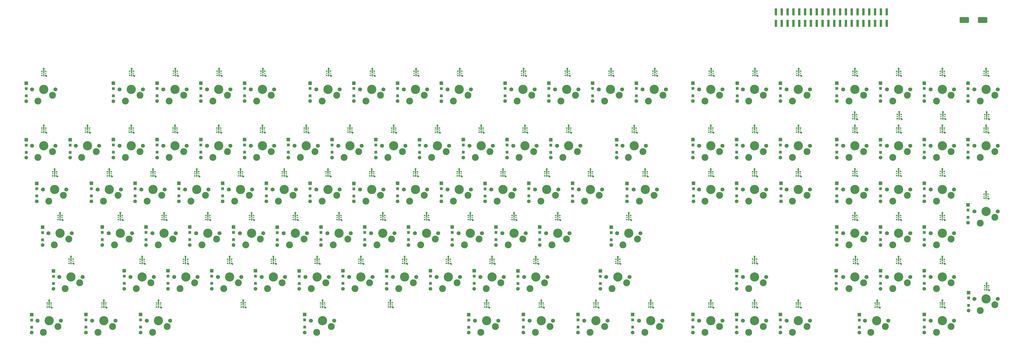
<source format=gts>
G04 #@! TF.GenerationSoftware,KiCad,Pcbnew,(6.0.1)*
G04 #@! TF.CreationDate,2022-01-19T01:15:35+10:00*
G04 #@! TF.ProjectId,RedPyKeeb_mainboard,52656450-794b-4656-9562-5f6d61696e62,rev?*
G04 #@! TF.SameCoordinates,Original*
G04 #@! TF.FileFunction,Soldermask,Top*
G04 #@! TF.FilePolarity,Negative*
%FSLAX46Y46*%
G04 Gerber Fmt 4.6, Leading zero omitted, Abs format (unit mm)*
G04 Created by KiCad (PCBNEW (6.0.1)) date 2022-01-19 01:15:35*
%MOMM*%
%LPD*%
G01*
G04 APERTURE LIST*
G04 Aperture macros list*
%AMRoundRect*
0 Rectangle with rounded corners*
0 $1 Rounding radius*
0 $2 $3 $4 $5 $6 $7 $8 $9 X,Y pos of 4 corners*
0 Add a 4 corners polygon primitive as box body*
4,1,4,$2,$3,$4,$5,$6,$7,$8,$9,$2,$3,0*
0 Add four circle primitives for the rounded corners*
1,1,$1+$1,$2,$3*
1,1,$1+$1,$4,$5*
1,1,$1+$1,$6,$7*
1,1,$1+$1,$8,$9*
0 Add four rect primitives between the rounded corners*
20,1,$1+$1,$2,$3,$4,$5,0*
20,1,$1+$1,$4,$5,$6,$7,0*
20,1,$1+$1,$6,$7,$8,$9,0*
20,1,$1+$1,$8,$9,$2,$3,0*%
G04 Aperture macros list end*
%ADD10R,1.000000X3.150000*%
%ADD11R,0.800000X0.500000*%
%ADD12R,0.800000X0.300000*%
%ADD13R,0.500000X1.000000*%
%ADD14R,0.500000X2.180000*%
%ADD15C,0.800000*%
%ADD16C,1.600000*%
%ADD17R,1.600000X1.600000*%
%ADD18R,1.200000X1.200000*%
%ADD19C,1.750000*%
%ADD20C,4.000000*%
%ADD21C,3.000000*%
%ADD22RoundRect,0.250000X-1.750000X-1.000000X1.750000X-1.000000X1.750000X1.000000X-1.750000X1.000000X0*%
G04 APERTURE END LIST*
D10*
X382371600Y-26845260D03*
X362051600Y-21795500D03*
X392531600Y-21795500D03*
X392531600Y-26845500D03*
X389991600Y-21795500D03*
X389991600Y-26845500D03*
X387451600Y-21795500D03*
X387451600Y-26845500D03*
X384911600Y-21795500D03*
X384911600Y-26845500D03*
X382371600Y-21795500D03*
X379831600Y-21795500D03*
X379831600Y-26845500D03*
X377291600Y-21795500D03*
X377291600Y-26845500D03*
X374751600Y-21795500D03*
X374751600Y-26845500D03*
X372211600Y-21795500D03*
X372211600Y-26845500D03*
X369671600Y-21795500D03*
X369671600Y-26845500D03*
X367131600Y-21795500D03*
X367131600Y-26845500D03*
X364591600Y-21795500D03*
X364591600Y-26845500D03*
X362051600Y-26845500D03*
X359511600Y-21795500D03*
X359511600Y-26845500D03*
X356971600Y-21795500D03*
X356971600Y-26845500D03*
X354431600Y-21795500D03*
X354431600Y-26845500D03*
X351891600Y-21795500D03*
X351891600Y-26845500D03*
X349351600Y-21795500D03*
X349351600Y-26845500D03*
X346811600Y-21795500D03*
X346811600Y-26845500D03*
X344271600Y-21795500D03*
X344271600Y-26845500D03*
D11*
X64540500Y-49477500D03*
D12*
X64540500Y-48577500D03*
D11*
X64540500Y-47677500D03*
D12*
X62840500Y-48577500D03*
D11*
X62840500Y-47677500D03*
X62840500Y-49477500D03*
D13*
X63690500Y-49407500D03*
D14*
X63690500Y-47587500D03*
D15*
X63690500Y-46545500D03*
X64833500Y-49720500D03*
D16*
X93789500Y-60681700D03*
D17*
X93789500Y-52881700D03*
D18*
X93789500Y-55206700D03*
X93789500Y-58356700D03*
D16*
X74739500Y-60681700D03*
D17*
X74739500Y-52881700D03*
D18*
X74739500Y-55206700D03*
X74739500Y-58356700D03*
X55689500Y-58407500D03*
X55689500Y-55257500D03*
D17*
X55689500Y-52932500D03*
D16*
X55689500Y-60732500D03*
D19*
X96520000Y-55562500D03*
X106680000Y-55562500D03*
D20*
X101600000Y-55562500D03*
D21*
X99060000Y-60642500D03*
X105410000Y-58102500D03*
D15*
X102933500Y-49720500D03*
X101790500Y-46545500D03*
D14*
X101790500Y-47587500D03*
D13*
X101790500Y-49407500D03*
D11*
X100940500Y-49477500D03*
X100940500Y-47677500D03*
D12*
X100940500Y-48577500D03*
D11*
X102640500Y-47677500D03*
D12*
X102640500Y-48577500D03*
D11*
X102640500Y-49477500D03*
D15*
X121983500Y-49720500D03*
X120840500Y-46545500D03*
D14*
X120840500Y-47587500D03*
D13*
X120840500Y-49407500D03*
D11*
X119990500Y-49477500D03*
X119990500Y-47677500D03*
D12*
X119990500Y-48577500D03*
D11*
X121690500Y-47677500D03*
D12*
X121690500Y-48577500D03*
D11*
X121690500Y-49477500D03*
D19*
X77470000Y-55562500D03*
X87630000Y-55562500D03*
D20*
X82550000Y-55562500D03*
D21*
X80010000Y-60642500D03*
X86360000Y-58102500D03*
D15*
X83883500Y-49720500D03*
X82740500Y-46545500D03*
D14*
X82740500Y-47587500D03*
D13*
X82740500Y-49407500D03*
D11*
X81890500Y-49477500D03*
X81890500Y-47677500D03*
D12*
X81890500Y-48577500D03*
D11*
X83590500Y-47677500D03*
D12*
X83590500Y-48577500D03*
D11*
X83590500Y-49477500D03*
D16*
X112839500Y-60681700D03*
D17*
X112839500Y-52881700D03*
D18*
X112839500Y-55206700D03*
X112839500Y-58356700D03*
D19*
X115570000Y-55562500D03*
X125730000Y-55562500D03*
D20*
X120650000Y-55562500D03*
D21*
X118110000Y-60642500D03*
X124460000Y-58102500D03*
X67310000Y-58102500D03*
X60960000Y-60642500D03*
D20*
X63500000Y-55562500D03*
D19*
X68580000Y-55562500D03*
X58420000Y-55562500D03*
D22*
X426288700Y-25361900D03*
X434288700Y-25361900D03*
D19*
X430688750Y-146843750D03*
X440848750Y-146843750D03*
D20*
X435768750Y-146843750D03*
D21*
X433228750Y-151923750D03*
X439578750Y-149383750D03*
D15*
X437165750Y-143160750D03*
X436022750Y-139985750D03*
D14*
X436022750Y-141027750D03*
D13*
X436022750Y-142847750D03*
D11*
X435172750Y-142917750D03*
X435172750Y-141117750D03*
D12*
X435172750Y-142017750D03*
D11*
X436872750Y-141117750D03*
D12*
X436872750Y-142017750D03*
D11*
X436872750Y-142917750D03*
D16*
X428212250Y-151962950D03*
D17*
X428212250Y-144162950D03*
D18*
X428212250Y-146487950D03*
X428212250Y-149637950D03*
D15*
X417861750Y-150653750D03*
X416718750Y-147478750D03*
D14*
X416718750Y-148520750D03*
D13*
X416718750Y-150340750D03*
D11*
X415868750Y-150410750D03*
X415868750Y-148610750D03*
D12*
X415868750Y-149510750D03*
D11*
X417568750Y-148610750D03*
D12*
X417568750Y-149510750D03*
D11*
X417568750Y-150410750D03*
D19*
X411638750Y-156368750D03*
X421798750Y-156368750D03*
D20*
X416718750Y-156368750D03*
D21*
X414178750Y-161448750D03*
X420528750Y-158908750D03*
D16*
X408908250Y-161487950D03*
D17*
X408908250Y-153687950D03*
D18*
X408908250Y-156012950D03*
X408908250Y-159162950D03*
D15*
X417861750Y-131603750D03*
X416718750Y-128428750D03*
D14*
X416718750Y-129470750D03*
D13*
X416718750Y-131290750D03*
D11*
X415868750Y-131360750D03*
X415868750Y-129560750D03*
D12*
X415868750Y-130460750D03*
D11*
X417568750Y-129560750D03*
D12*
X417568750Y-130460750D03*
D11*
X417568750Y-131360750D03*
D19*
X411638750Y-137318750D03*
X421798750Y-137318750D03*
D20*
X416718750Y-137318750D03*
D21*
X414178750Y-142398750D03*
X420528750Y-139858750D03*
D16*
X408908250Y-142437950D03*
D17*
X408908250Y-134637950D03*
D18*
X408908250Y-136962950D03*
X408908250Y-140112950D03*
D19*
X392588750Y-137318750D03*
X402748750Y-137318750D03*
D20*
X397668750Y-137318750D03*
D21*
X395128750Y-142398750D03*
X401478750Y-139858750D03*
D16*
X389858250Y-142437950D03*
D17*
X389858250Y-134637950D03*
D18*
X389858250Y-136962950D03*
X389858250Y-140112950D03*
D15*
X398811750Y-131603750D03*
X397668750Y-128428750D03*
D14*
X397668750Y-129470750D03*
D13*
X397668750Y-131290750D03*
D11*
X396818750Y-131360750D03*
X396818750Y-129560750D03*
D12*
X396818750Y-130460750D03*
D11*
X398518750Y-129560750D03*
D12*
X398518750Y-130460750D03*
D11*
X398518750Y-131360750D03*
D15*
X417861750Y-112553750D03*
X416718750Y-109378750D03*
D14*
X416718750Y-110420750D03*
D13*
X416718750Y-112240750D03*
D11*
X415868750Y-112310750D03*
X415868750Y-110510750D03*
D12*
X415868750Y-111410750D03*
D11*
X417568750Y-110510750D03*
D12*
X417568750Y-111410750D03*
D11*
X417568750Y-112310750D03*
D19*
X411638750Y-118268750D03*
X421798750Y-118268750D03*
D20*
X416718750Y-118268750D03*
D21*
X414178750Y-123348750D03*
X420528750Y-120808750D03*
D16*
X408908250Y-123387950D03*
D17*
X408908250Y-115587950D03*
D18*
X408908250Y-117912950D03*
X408908250Y-121062950D03*
D15*
X398811750Y-112553750D03*
X397668750Y-109378750D03*
D14*
X397668750Y-110420750D03*
D13*
X397668750Y-112240750D03*
D11*
X396818750Y-112310750D03*
X396818750Y-110510750D03*
D12*
X396818750Y-111410750D03*
D11*
X398518750Y-110510750D03*
D12*
X398518750Y-111410750D03*
D11*
X398518750Y-112310750D03*
D19*
X392588750Y-118268750D03*
X402748750Y-118268750D03*
D20*
X397668750Y-118268750D03*
D21*
X395128750Y-123348750D03*
X401478750Y-120808750D03*
D16*
X389858250Y-123387950D03*
D17*
X389858250Y-115587950D03*
D18*
X389858250Y-117912950D03*
X389858250Y-121062950D03*
D15*
X389540750Y-150653750D03*
X388397750Y-147478750D03*
D14*
X388397750Y-148520750D03*
D13*
X388397750Y-150340750D03*
D11*
X387547750Y-150410750D03*
X387547750Y-148610750D03*
D12*
X387547750Y-149510750D03*
D11*
X389247750Y-148610750D03*
D12*
X389247750Y-149510750D03*
D11*
X389247750Y-150410750D03*
D19*
X383063750Y-156368750D03*
X393223750Y-156368750D03*
D20*
X388143750Y-156368750D03*
D21*
X385603750Y-161448750D03*
X391953750Y-158908750D03*
D16*
X380587250Y-161538750D03*
D17*
X380587250Y-153738750D03*
D18*
X380587250Y-156063750D03*
X380587250Y-159213750D03*
D19*
X373538750Y-137318750D03*
X383698750Y-137318750D03*
D20*
X378618750Y-137318750D03*
D21*
X376078750Y-142398750D03*
X382428750Y-139858750D03*
D15*
X380015750Y-131603750D03*
X378872750Y-128428750D03*
D14*
X378872750Y-129470750D03*
D13*
X378872750Y-131290750D03*
D11*
X378022750Y-131360750D03*
X378022750Y-129560750D03*
D12*
X378022750Y-130460750D03*
D11*
X379722750Y-129560750D03*
D12*
X379722750Y-130460750D03*
D11*
X379722750Y-131360750D03*
D16*
X370554250Y-142437950D03*
D17*
X370554250Y-134637950D03*
D18*
X370554250Y-136962950D03*
X370554250Y-140112950D03*
D19*
X373538750Y-118268750D03*
X383698750Y-118268750D03*
D20*
X378618750Y-118268750D03*
D21*
X376078750Y-123348750D03*
X382428750Y-120808750D03*
D15*
X379761750Y-112553750D03*
X378618750Y-109378750D03*
D14*
X378618750Y-110420750D03*
D13*
X378618750Y-112240750D03*
D11*
X377768750Y-112310750D03*
X377768750Y-110510750D03*
D12*
X377768750Y-111410750D03*
D11*
X379468750Y-110510750D03*
D12*
X379468750Y-111410750D03*
D11*
X379468750Y-112310750D03*
D16*
X370808250Y-123387950D03*
D17*
X370808250Y-115587950D03*
D18*
X370808250Y-117912950D03*
X370808250Y-121062950D03*
D15*
X436911750Y-103282750D03*
X435768750Y-100107750D03*
D14*
X435768750Y-101149750D03*
D13*
X435768750Y-102969750D03*
D11*
X434918750Y-103039750D03*
X434918750Y-101239750D03*
D12*
X434918750Y-102139750D03*
D11*
X436618750Y-101239750D03*
D12*
X436618750Y-102139750D03*
D11*
X436618750Y-103039750D03*
D19*
X430688750Y-108743750D03*
X440848750Y-108743750D03*
D20*
X435768750Y-108743750D03*
D21*
X433228750Y-113823750D03*
X439578750Y-111283750D03*
D16*
X427958250Y-113659750D03*
D17*
X427958250Y-105859750D03*
D18*
X427958250Y-108184750D03*
X427958250Y-111334750D03*
D15*
X417861750Y-93402150D03*
X416718750Y-90227150D03*
D14*
X416718750Y-91269150D03*
D13*
X416718750Y-93089150D03*
D11*
X415868750Y-93159150D03*
X415868750Y-91359150D03*
D12*
X415868750Y-92259150D03*
D11*
X417568750Y-91359150D03*
D12*
X417568750Y-92259150D03*
D11*
X417568750Y-93159150D03*
D19*
X411638750Y-99218750D03*
X421798750Y-99218750D03*
D20*
X416718750Y-99218750D03*
D21*
X414178750Y-104298750D03*
X420528750Y-101758750D03*
D16*
X408908250Y-104337950D03*
D17*
X408908250Y-96537950D03*
D18*
X408908250Y-98862950D03*
X408908250Y-102012950D03*
D19*
X392588750Y-99218750D03*
X402748750Y-99218750D03*
D20*
X397668750Y-99218750D03*
D21*
X395128750Y-104298750D03*
X401478750Y-101758750D03*
D15*
X398811750Y-93402150D03*
X397668750Y-90227150D03*
D14*
X397668750Y-91269150D03*
D13*
X397668750Y-93089150D03*
D11*
X396818750Y-93159150D03*
X396818750Y-91359150D03*
D12*
X396818750Y-92259150D03*
D11*
X398518750Y-91359150D03*
D12*
X398518750Y-92259150D03*
D11*
X398518750Y-93159150D03*
D16*
X389858250Y-104337950D03*
D17*
X389858250Y-96537950D03*
D18*
X389858250Y-98862950D03*
X389858250Y-102012950D03*
D19*
X373538750Y-99218750D03*
X383698750Y-99218750D03*
D20*
X378618750Y-99218750D03*
D21*
X376078750Y-104298750D03*
X382428750Y-101758750D03*
D16*
X370808250Y-104337950D03*
D17*
X370808250Y-96537950D03*
D18*
X370808250Y-98862950D03*
X370808250Y-102012950D03*
D15*
X379761750Y-93402150D03*
X378618750Y-90227150D03*
D14*
X378618750Y-91269150D03*
D13*
X378618750Y-93089150D03*
D11*
X377768750Y-93159150D03*
X377768750Y-91359150D03*
D12*
X377768750Y-92259150D03*
D11*
X379468750Y-91359150D03*
D12*
X379468750Y-92259150D03*
D11*
X379468750Y-93159150D03*
D15*
X436911750Y-74453750D03*
X435768750Y-71278750D03*
D14*
X435768750Y-72320750D03*
D13*
X435768750Y-74140750D03*
D11*
X434918750Y-74210750D03*
X434918750Y-72410750D03*
D12*
X434918750Y-73310750D03*
D11*
X436618750Y-72410750D03*
D12*
X436618750Y-73310750D03*
D11*
X436618750Y-74210750D03*
D16*
X427958250Y-85287950D03*
D17*
X427958250Y-77487950D03*
D18*
X427958250Y-79812950D03*
X427958250Y-82962950D03*
D19*
X430688750Y-80168750D03*
X440848750Y-80168750D03*
D20*
X435768750Y-80168750D03*
D21*
X433228750Y-85248750D03*
X439578750Y-82708750D03*
D19*
X411638750Y-80168750D03*
X421798750Y-80168750D03*
D20*
X416718750Y-80168750D03*
D21*
X414178750Y-85248750D03*
X420528750Y-82708750D03*
D15*
X417861750Y-74466450D03*
X416718750Y-71291450D03*
D14*
X416718750Y-72333450D03*
D13*
X416718750Y-74153450D03*
D11*
X415868750Y-74223450D03*
X415868750Y-72423450D03*
D12*
X415868750Y-73323450D03*
D11*
X417568750Y-72423450D03*
D12*
X417568750Y-73323450D03*
D11*
X417568750Y-74223450D03*
D16*
X408908250Y-85287950D03*
D17*
X408908250Y-77487950D03*
D18*
X408908250Y-79812950D03*
X408908250Y-82962950D03*
D21*
X401478750Y-82708750D03*
X395128750Y-85248750D03*
D20*
X397668750Y-80168750D03*
D19*
X402748750Y-80168750D03*
X392588750Y-80168750D03*
D11*
X398518750Y-74210750D03*
D12*
X398518750Y-73310750D03*
D11*
X398518750Y-72410750D03*
D12*
X396818750Y-73310750D03*
D11*
X396818750Y-72410750D03*
X396818750Y-74210750D03*
D13*
X397668750Y-74140750D03*
D14*
X397668750Y-72320750D03*
D15*
X397668750Y-71278750D03*
X398811750Y-74453750D03*
D18*
X389858250Y-83013750D03*
X389858250Y-79863750D03*
D17*
X389858250Y-77538750D03*
D16*
X389858250Y-85338750D03*
D19*
X373538750Y-80168750D03*
X383698750Y-80168750D03*
D20*
X378618750Y-80168750D03*
D21*
X376078750Y-85248750D03*
X382428750Y-82708750D03*
D16*
X370808250Y-85287950D03*
D17*
X370808250Y-77487950D03*
D18*
X370808250Y-79812950D03*
X370808250Y-82962950D03*
D15*
X379761750Y-74453750D03*
X378618750Y-71278750D03*
D14*
X378618750Y-72320750D03*
D13*
X378618750Y-74140750D03*
D11*
X377768750Y-74210750D03*
X377768750Y-72410750D03*
D12*
X377768750Y-73310750D03*
D11*
X379468750Y-72410750D03*
D12*
X379468750Y-73310750D03*
D11*
X379468750Y-74210750D03*
D19*
X430688750Y-55562500D03*
X440848750Y-55562500D03*
D20*
X435768750Y-55562500D03*
D21*
X433228750Y-60642500D03*
X439578750Y-58102500D03*
D15*
X436911750Y-49733200D03*
X435768750Y-46558200D03*
D14*
X435768750Y-47600200D03*
D13*
X435768750Y-49420200D03*
D11*
X434918750Y-49490200D03*
X434918750Y-47690200D03*
D12*
X434918750Y-48590200D03*
D11*
X436618750Y-47690200D03*
D12*
X436618750Y-48590200D03*
D11*
X436618750Y-49490200D03*
D15*
X437165750Y-68643500D03*
X436022750Y-65468500D03*
D14*
X436022750Y-66510500D03*
D13*
X436022750Y-68330500D03*
D11*
X435172750Y-68400500D03*
X435172750Y-66600500D03*
D12*
X435172750Y-67500500D03*
D11*
X436872750Y-66600500D03*
D12*
X436872750Y-67500500D03*
D11*
X436872750Y-68400500D03*
D16*
X427958250Y-60732500D03*
D17*
X427958250Y-52932500D03*
D18*
X427958250Y-55257500D03*
X427958250Y-58407500D03*
D15*
X418115750Y-68592700D03*
X416972750Y-65417700D03*
D14*
X416972750Y-66459700D03*
D13*
X416972750Y-68279700D03*
D11*
X416122750Y-68349700D03*
X416122750Y-66549700D03*
D12*
X416122750Y-67449700D03*
D11*
X417822750Y-66549700D03*
D12*
X417822750Y-67449700D03*
D11*
X417822750Y-68349700D03*
D15*
X417849050Y-49733200D03*
X416706050Y-46558200D03*
D14*
X416706050Y-47600200D03*
D13*
X416706050Y-49420200D03*
D11*
X415856050Y-49490200D03*
X415856050Y-47690200D03*
D12*
X415856050Y-48590200D03*
D11*
X417556050Y-47690200D03*
D12*
X417556050Y-48590200D03*
D11*
X417556050Y-49490200D03*
D19*
X411638750Y-55562500D03*
X421798750Y-55562500D03*
D20*
X416718750Y-55562500D03*
D21*
X414178750Y-60642500D03*
X420528750Y-58102500D03*
D16*
X408908250Y-60681700D03*
D17*
X408908250Y-52881700D03*
D18*
X408908250Y-55206700D03*
X408908250Y-58356700D03*
D15*
X399065750Y-68605400D03*
X397922750Y-65430400D03*
D14*
X397922750Y-66472400D03*
D13*
X397922750Y-68292400D03*
D11*
X397072750Y-68362400D03*
X397072750Y-66562400D03*
D12*
X397072750Y-67462400D03*
D11*
X398772750Y-66562400D03*
D12*
X398772750Y-67462400D03*
D11*
X398772750Y-68362400D03*
D15*
X398799050Y-49745900D03*
X397656050Y-46570900D03*
D14*
X397656050Y-47612900D03*
D13*
X397656050Y-49432900D03*
D11*
X396806050Y-49502900D03*
X396806050Y-47702900D03*
D12*
X396806050Y-48602900D03*
D11*
X398506050Y-47702900D03*
D12*
X398506050Y-48602900D03*
D11*
X398506050Y-49502900D03*
D21*
X401478750Y-58102500D03*
X395128750Y-60642500D03*
D20*
X397668750Y-55562500D03*
D19*
X402748750Y-55562500D03*
X392588750Y-55562500D03*
D16*
X389858250Y-60694400D03*
D17*
X389858250Y-52894400D03*
D18*
X389858250Y-55219400D03*
X389858250Y-58369400D03*
D11*
X379456050Y-49490200D03*
D12*
X379456050Y-48590200D03*
D11*
X379456050Y-47690200D03*
D12*
X377756050Y-48590200D03*
D11*
X377756050Y-47690200D03*
X377756050Y-49490200D03*
D13*
X378606050Y-49420200D03*
D14*
X378606050Y-47600200D03*
D15*
X378606050Y-46558200D03*
X379749050Y-49733200D03*
D21*
X382428750Y-58102500D03*
X376078750Y-60642500D03*
D20*
X378618750Y-55562500D03*
D19*
X383698750Y-55562500D03*
X373538750Y-55562500D03*
D18*
X308102000Y-58356700D03*
X308102000Y-55206700D03*
D17*
X308102000Y-52881700D03*
D16*
X308102000Y-60681700D03*
D21*
X319722500Y-58102500D03*
X313372500Y-60642500D03*
D20*
X315912500Y-55562500D03*
D19*
X320992500Y-55562500D03*
X310832500Y-55562500D03*
D11*
X316953000Y-49477500D03*
D12*
X316953000Y-48577500D03*
D11*
X316953000Y-47677500D03*
D12*
X315253000Y-48577500D03*
D11*
X315253000Y-47677500D03*
X315253000Y-49477500D03*
D13*
X316103000Y-49407500D03*
D14*
X316103000Y-47587500D03*
D15*
X316103000Y-46545500D03*
X317246000Y-49720500D03*
D19*
X329882500Y-80168750D03*
X340042500Y-80168750D03*
D20*
X334962500Y-80168750D03*
D21*
X332422500Y-85248750D03*
X338772500Y-82708750D03*
D11*
X316762500Y-74210750D03*
D12*
X316762500Y-73310750D03*
D11*
X316762500Y-72410750D03*
D12*
X315062500Y-73310750D03*
D11*
X315062500Y-72410750D03*
X315062500Y-74210750D03*
D13*
X315912500Y-74140750D03*
D14*
X315912500Y-72320750D03*
D15*
X315912500Y-71278750D03*
X317055500Y-74453750D03*
D21*
X319722500Y-82708750D03*
X313372500Y-85248750D03*
D20*
X315912500Y-80168750D03*
D19*
X320992500Y-80168750D03*
X310832500Y-80168750D03*
D18*
X308102000Y-82962950D03*
X308102000Y-79812950D03*
D17*
X308102000Y-77487950D03*
D16*
X308102000Y-85287950D03*
D15*
X336105500Y-74453750D03*
X334962500Y-71278750D03*
D14*
X334962500Y-72320750D03*
D13*
X334962500Y-74140750D03*
D11*
X334112500Y-74210750D03*
X334112500Y-72410750D03*
D12*
X334112500Y-73310750D03*
D11*
X335812500Y-72410750D03*
D12*
X335812500Y-73310750D03*
D11*
X335812500Y-74210750D03*
X379405250Y-68400500D03*
D12*
X379405250Y-67500500D03*
D11*
X379405250Y-66600500D03*
D12*
X377705250Y-67500500D03*
D11*
X377705250Y-66600500D03*
X377705250Y-68400500D03*
D13*
X378555250Y-68330500D03*
D14*
X378555250Y-66510500D03*
D15*
X378555250Y-65468500D03*
X379698250Y-68643500D03*
D18*
X370808250Y-58356700D03*
X370808250Y-55206700D03*
D17*
X370808250Y-52881700D03*
D16*
X370808250Y-60681700D03*
D21*
X357822500Y-58102500D03*
X351472500Y-60642500D03*
D20*
X354012500Y-55562500D03*
D19*
X359092500Y-55562500D03*
X348932500Y-55562500D03*
D11*
X355053000Y-49477500D03*
D12*
X355053000Y-48577500D03*
D11*
X355053000Y-47677500D03*
D12*
X353353000Y-48577500D03*
D11*
X353353000Y-47677500D03*
X353353000Y-49477500D03*
D13*
X354203000Y-49407500D03*
D14*
X354203000Y-47587500D03*
D15*
X354203000Y-46545500D03*
X355346000Y-49720500D03*
D21*
X338772500Y-58102500D03*
X332422500Y-60642500D03*
D20*
X334962500Y-55562500D03*
D19*
X340042500Y-55562500D03*
X329882500Y-55562500D03*
D11*
X336003000Y-49477500D03*
D12*
X336003000Y-48577500D03*
D11*
X336003000Y-47677500D03*
D12*
X334303000Y-48577500D03*
D11*
X334303000Y-47677500D03*
X334303000Y-49477500D03*
D13*
X335153000Y-49407500D03*
D14*
X335153000Y-47587500D03*
D15*
X335153000Y-46545500D03*
X336296000Y-49720500D03*
D18*
X327406000Y-58356700D03*
X327406000Y-55206700D03*
D17*
X327406000Y-52881700D03*
D16*
X327406000Y-60681700D03*
D21*
X357822500Y-158908750D03*
X351472500Y-161448750D03*
D20*
X354012500Y-156368750D03*
D19*
X359092500Y-156368750D03*
X348932500Y-156368750D03*
D11*
X354862500Y-150410750D03*
D12*
X354862500Y-149510750D03*
D11*
X354862500Y-148610750D03*
D12*
X353162500Y-149510750D03*
D11*
X353162500Y-148610750D03*
X353162500Y-150410750D03*
D13*
X354012500Y-150340750D03*
D14*
X354012500Y-148520750D03*
D15*
X354012500Y-147478750D03*
X355155500Y-150653750D03*
D18*
X346202000Y-159162950D03*
X346202000Y-156012950D03*
D17*
X346202000Y-153687950D03*
D16*
X346202000Y-161487950D03*
D18*
X327152000Y-140112950D03*
X327152000Y-136962950D03*
D17*
X327152000Y-134637950D03*
D16*
X327152000Y-142437950D03*
D11*
X335812500Y-131309950D03*
D12*
X335812500Y-130409950D03*
D11*
X335812500Y-129509950D03*
D12*
X334112500Y-130409950D03*
D11*
X334112500Y-129509950D03*
X334112500Y-131309950D03*
D13*
X334962500Y-131239950D03*
D14*
X334962500Y-129419950D03*
D15*
X334962500Y-128377950D03*
X336105500Y-131552950D03*
D21*
X338772500Y-139858750D03*
X332422500Y-142398750D03*
D20*
X334962500Y-137318750D03*
D19*
X340042500Y-137318750D03*
X329882500Y-137318750D03*
X329882500Y-156368750D03*
X340042500Y-156368750D03*
D20*
X334962500Y-156368750D03*
D21*
X332422500Y-161448750D03*
X338772500Y-158908750D03*
D16*
X327152000Y-161487950D03*
D17*
X327152000Y-153687950D03*
D18*
X327152000Y-156012950D03*
X327152000Y-159162950D03*
D19*
X310832500Y-99218750D03*
X320992500Y-99218750D03*
D20*
X315912500Y-99218750D03*
D21*
X313372500Y-104298750D03*
X319722500Y-101758750D03*
X319722500Y-158908750D03*
X313372500Y-161448750D03*
D20*
X315912500Y-156368750D03*
D19*
X320992500Y-156368750D03*
X310832500Y-156368750D03*
D11*
X335812500Y-93260750D03*
D12*
X335812500Y-92360750D03*
D11*
X335812500Y-91460750D03*
D12*
X334112500Y-92360750D03*
D11*
X334112500Y-91460750D03*
X334112500Y-93260750D03*
D13*
X334962500Y-93190750D03*
D14*
X334962500Y-91370750D03*
D15*
X334962500Y-90328750D03*
X336105500Y-93503750D03*
D11*
X354940700Y-74236150D03*
D12*
X354940700Y-73336150D03*
D11*
X354940700Y-72436150D03*
D12*
X353240700Y-73336150D03*
D11*
X353240700Y-72436150D03*
X353240700Y-74236150D03*
D13*
X354090700Y-74166150D03*
D14*
X354090700Y-72346150D03*
D15*
X354090700Y-71304150D03*
X355233700Y-74479150D03*
D16*
X308356000Y-104337950D03*
D17*
X308356000Y-96537950D03*
D18*
X308356000Y-98862950D03*
X308356000Y-102012950D03*
D15*
X317055500Y-93503750D03*
X315912500Y-90328750D03*
D14*
X315912500Y-91370750D03*
D13*
X315912500Y-93190750D03*
D11*
X315062500Y-93260750D03*
X315062500Y-91460750D03*
D12*
X315062500Y-92360750D03*
D11*
X316762500Y-91460750D03*
D12*
X316762500Y-92360750D03*
D11*
X316762500Y-93260750D03*
D16*
X346456000Y-104337950D03*
D17*
X346456000Y-96537950D03*
D18*
X346456000Y-98862950D03*
X346456000Y-102012950D03*
X346202000Y-82962950D03*
X346202000Y-79812950D03*
D17*
X346202000Y-77487950D03*
D16*
X346202000Y-85287950D03*
D18*
X346202000Y-58356700D03*
X346202000Y-55206700D03*
D17*
X346202000Y-52881700D03*
D16*
X346202000Y-60681700D03*
D18*
X308102000Y-159162950D03*
X308102000Y-156012950D03*
D17*
X308102000Y-153687950D03*
D16*
X308102000Y-161487950D03*
D21*
X338772500Y-101758750D03*
X332422500Y-104298750D03*
D20*
X334962500Y-99218750D03*
D19*
X340042500Y-99218750D03*
X329882500Y-99218750D03*
D21*
X357822500Y-82708750D03*
X351472500Y-85248750D03*
D20*
X354012500Y-80168750D03*
D19*
X359092500Y-80168750D03*
X348932500Y-80168750D03*
D15*
X355155500Y-93503750D03*
X354012500Y-90328750D03*
D14*
X354012500Y-91370750D03*
D13*
X354012500Y-93190750D03*
D11*
X353162500Y-93260750D03*
X353162500Y-91460750D03*
D12*
X353162500Y-92360750D03*
D11*
X354862500Y-91460750D03*
D12*
X354862500Y-92360750D03*
D11*
X354862500Y-93260750D03*
D18*
X327152000Y-102012950D03*
X327152000Y-98862950D03*
D17*
X327152000Y-96537950D03*
D16*
X327152000Y-104337950D03*
D11*
X316762500Y-150410750D03*
D12*
X316762500Y-149510750D03*
D11*
X316762500Y-148610750D03*
D12*
X315062500Y-149510750D03*
D11*
X315062500Y-148610750D03*
X315062500Y-150410750D03*
D13*
X315912500Y-150340750D03*
D14*
X315912500Y-148520750D03*
D15*
X315912500Y-147478750D03*
X317055500Y-150653750D03*
D19*
X348932500Y-99218750D03*
X359092500Y-99218750D03*
D20*
X354012500Y-99218750D03*
D21*
X351472500Y-104298750D03*
X357822500Y-101758750D03*
D15*
X336105500Y-150653750D03*
X334962500Y-147478750D03*
D14*
X334962500Y-148520750D03*
D13*
X334962500Y-150340750D03*
D11*
X334112500Y-150410750D03*
X334112500Y-148610750D03*
D12*
X334112500Y-149510750D03*
D11*
X335812500Y-148610750D03*
D12*
X335812500Y-149510750D03*
D11*
X335812500Y-150410750D03*
D16*
X327152000Y-85287950D03*
D17*
X327152000Y-77487950D03*
D18*
X327152000Y-79812950D03*
X327152000Y-82962950D03*
D19*
X284638750Y-156368750D03*
X294798750Y-156368750D03*
D20*
X289718750Y-156368750D03*
D21*
X287178750Y-161448750D03*
X293528750Y-158908750D03*
D16*
X281908250Y-161487950D03*
D17*
X281908250Y-153687950D03*
D18*
X281908250Y-156012950D03*
X281908250Y-159162950D03*
D15*
X290861750Y-150653750D03*
X289718750Y-147478750D03*
D14*
X289718750Y-148520750D03*
D13*
X289718750Y-150340750D03*
D11*
X288868750Y-150410750D03*
X288868750Y-148610750D03*
D12*
X288868750Y-149510750D03*
D11*
X290568750Y-148610750D03*
D12*
X290568750Y-149510750D03*
D11*
X290568750Y-150410750D03*
D19*
X260826250Y-156368750D03*
X270986250Y-156368750D03*
D20*
X265906250Y-156368750D03*
D21*
X263366250Y-161448750D03*
X269716250Y-158908750D03*
D16*
X258095750Y-161487950D03*
D17*
X258095750Y-153687950D03*
D18*
X258095750Y-156012950D03*
X258095750Y-159162950D03*
D15*
X267049250Y-150653750D03*
X265906250Y-147478750D03*
D14*
X265906250Y-148520750D03*
D13*
X265906250Y-150340750D03*
D11*
X265056250Y-150410750D03*
X265056250Y-148610750D03*
D12*
X265056250Y-149510750D03*
D11*
X266756250Y-148610750D03*
D12*
X266756250Y-149510750D03*
D11*
X266756250Y-150410750D03*
D19*
X237013750Y-156368750D03*
X247173750Y-156368750D03*
D20*
X242093750Y-156368750D03*
D21*
X239553750Y-161448750D03*
X245903750Y-158908750D03*
D16*
X234283250Y-161487950D03*
D17*
X234283250Y-153687950D03*
D18*
X234283250Y-156012950D03*
X234283250Y-159162950D03*
D15*
X243236750Y-150653750D03*
X242093750Y-147478750D03*
D14*
X242093750Y-148520750D03*
D13*
X242093750Y-150340750D03*
D11*
X241243750Y-150410750D03*
X241243750Y-148610750D03*
D12*
X241243750Y-149510750D03*
D11*
X242943750Y-148610750D03*
D12*
X242943750Y-149510750D03*
D11*
X242943750Y-150410750D03*
D16*
X210496150Y-161551450D03*
D17*
X210496150Y-153751450D03*
D18*
X210496150Y-156076450D03*
X210496150Y-159226450D03*
D19*
X213201250Y-156368750D03*
X223361250Y-156368750D03*
D20*
X218281250Y-156368750D03*
D21*
X215741250Y-161448750D03*
X222091250Y-158908750D03*
D15*
X219449650Y-150653750D03*
X218306650Y-147478750D03*
D14*
X218306650Y-148520750D03*
D13*
X218306650Y-150340750D03*
D11*
X217456650Y-150410750D03*
X217456650Y-148610750D03*
D12*
X217456650Y-149510750D03*
D11*
X219156650Y-148610750D03*
D12*
X219156650Y-149510750D03*
D11*
X219156650Y-150410750D03*
D15*
X147986750Y-150653750D03*
X146843750Y-147478750D03*
D14*
X146843750Y-148520750D03*
D13*
X146843750Y-150340750D03*
D11*
X145993750Y-150410750D03*
X145993750Y-148610750D03*
D12*
X145993750Y-149510750D03*
D11*
X147693750Y-148610750D03*
D12*
X147693750Y-149510750D03*
D11*
X147693750Y-150410750D03*
D15*
X113417350Y-150641050D03*
X112274350Y-147466050D03*
D14*
X112274350Y-148508050D03*
D13*
X112274350Y-150328050D03*
D11*
X111424350Y-150398050D03*
X111424350Y-148598050D03*
D12*
X111424350Y-149498050D03*
D11*
X113124350Y-148598050D03*
D12*
X113124350Y-149498050D03*
D11*
X113124350Y-150398050D03*
D16*
X139033250Y-161487950D03*
D17*
X139033250Y-153687950D03*
D18*
X139033250Y-156012950D03*
X139033250Y-159162950D03*
D15*
X177514250Y-150628350D03*
X176371250Y-147453350D03*
D14*
X176371250Y-148495350D03*
D13*
X176371250Y-150315350D03*
D11*
X175521250Y-150385350D03*
X175521250Y-148585350D03*
D12*
X175521250Y-149485350D03*
D11*
X177221250Y-148585350D03*
D12*
X177221250Y-149485350D03*
D11*
X177221250Y-150385350D03*
D19*
X141763750Y-156368750D03*
X151923750Y-156368750D03*
D20*
X146843750Y-156368750D03*
D21*
X144303750Y-161448750D03*
X150653750Y-158908750D03*
D15*
X76549250Y-150653750D03*
X75406250Y-147478750D03*
D14*
X75406250Y-148520750D03*
D13*
X75406250Y-150340750D03*
D11*
X74556250Y-150410750D03*
X74556250Y-148610750D03*
D12*
X74556250Y-149510750D03*
D11*
X76256250Y-148610750D03*
D12*
X76256250Y-149510750D03*
D11*
X76256250Y-150410750D03*
D16*
X67595750Y-161487950D03*
D17*
X67595750Y-153687950D03*
D18*
X67595750Y-156012950D03*
X67595750Y-159162950D03*
D19*
X70326250Y-156368750D03*
X80486250Y-156368750D03*
D20*
X75406250Y-156368750D03*
D21*
X72866250Y-161448750D03*
X79216250Y-158908750D03*
D15*
X52736750Y-150653750D03*
X51593750Y-147478750D03*
D14*
X51593750Y-148520750D03*
D13*
X51593750Y-150340750D03*
D11*
X50743750Y-150410750D03*
X50743750Y-148610750D03*
D12*
X50743750Y-149510750D03*
D11*
X52443750Y-148610750D03*
D12*
X52443750Y-149510750D03*
D11*
X52443750Y-150410750D03*
D16*
X43783250Y-161487950D03*
D17*
X43783250Y-153687950D03*
D18*
X43783250Y-156012950D03*
X43783250Y-159162950D03*
D19*
X46513750Y-156368750D03*
X56673750Y-156368750D03*
D20*
X51593750Y-156368750D03*
D21*
X49053750Y-161448750D03*
X55403750Y-158908750D03*
D19*
X270351250Y-137318750D03*
X280511250Y-137318750D03*
D20*
X275431250Y-137318750D03*
D21*
X272891250Y-142398750D03*
X279241250Y-139858750D03*
D16*
X267811250Y-142488750D03*
D17*
X267811250Y-134688750D03*
D18*
X267811250Y-137013750D03*
X267811250Y-140163750D03*
D15*
X276574250Y-131654550D03*
X275431250Y-128479550D03*
D14*
X275431250Y-129521550D03*
D13*
X275431250Y-131341550D03*
D11*
X274581250Y-131411550D03*
X274581250Y-129611550D03*
D12*
X274581250Y-130511550D03*
D11*
X276281250Y-129611550D03*
D12*
X276281250Y-130511550D03*
D11*
X276281250Y-131411550D03*
D19*
X234632500Y-137318750D03*
X244792500Y-137318750D03*
D20*
X239712500Y-137318750D03*
D21*
X237172500Y-142398750D03*
X243522500Y-139858750D03*
D16*
X231902000Y-142488750D03*
D17*
X231902000Y-134688750D03*
D18*
X231902000Y-137013750D03*
X231902000Y-140163750D03*
D15*
X240855500Y-131603750D03*
X239712500Y-128428750D03*
D14*
X239712500Y-129470750D03*
D13*
X239712500Y-131290750D03*
D11*
X238862500Y-131360750D03*
X238862500Y-129560750D03*
D12*
X238862500Y-130460750D03*
D11*
X240562500Y-129560750D03*
D12*
X240562500Y-130460750D03*
D11*
X240562500Y-131360750D03*
D16*
X212852000Y-142437950D03*
D17*
X212852000Y-134637950D03*
D18*
X212852000Y-136962950D03*
X212852000Y-140112950D03*
D19*
X215582500Y-137318750D03*
X225742500Y-137318750D03*
D20*
X220662500Y-137318750D03*
D21*
X218122500Y-142398750D03*
X224472500Y-139858750D03*
D15*
X221805500Y-131603750D03*
X220662500Y-128428750D03*
D14*
X220662500Y-129470750D03*
D13*
X220662500Y-131290750D03*
D11*
X219812500Y-131360750D03*
X219812500Y-129560750D03*
D12*
X219812500Y-130460750D03*
D11*
X221512500Y-129560750D03*
D12*
X221512500Y-130460750D03*
D11*
X221512500Y-131360750D03*
D16*
X193802000Y-142437950D03*
D17*
X193802000Y-134637950D03*
D18*
X193802000Y-136962950D03*
X193802000Y-140112950D03*
D19*
X196532500Y-137318750D03*
X206692500Y-137318750D03*
D20*
X201612500Y-137318750D03*
D21*
X199072500Y-142398750D03*
X205422500Y-139858750D03*
D15*
X202755500Y-131603750D03*
X201612500Y-128428750D03*
D14*
X201612500Y-129470750D03*
D13*
X201612500Y-131290750D03*
D11*
X200762500Y-131360750D03*
X200762500Y-129560750D03*
D12*
X200762500Y-130460750D03*
D11*
X202462500Y-129560750D03*
D12*
X202462500Y-130460750D03*
D11*
X202462500Y-131360750D03*
D16*
X174752000Y-142488750D03*
D17*
X174752000Y-134688750D03*
D18*
X174752000Y-137013750D03*
X174752000Y-140163750D03*
D19*
X177482500Y-137318750D03*
X187642500Y-137318750D03*
D20*
X182562500Y-137318750D03*
D21*
X180022500Y-142398750D03*
X186372500Y-139858750D03*
D15*
X183705500Y-131603750D03*
X182562500Y-128428750D03*
D14*
X182562500Y-129470750D03*
D13*
X182562500Y-131290750D03*
D11*
X181712500Y-131360750D03*
X181712500Y-129560750D03*
D12*
X181712500Y-130460750D03*
D11*
X183412500Y-129560750D03*
D12*
X183412500Y-130460750D03*
D11*
X183412500Y-131360750D03*
D16*
X155702000Y-142437950D03*
D17*
X155702000Y-134637950D03*
D18*
X155702000Y-136962950D03*
X155702000Y-140112950D03*
D19*
X158432500Y-137318750D03*
X168592500Y-137318750D03*
D20*
X163512500Y-137318750D03*
D21*
X160972500Y-142398750D03*
X167322500Y-139858750D03*
D15*
X164655500Y-131603750D03*
X163512500Y-128428750D03*
D14*
X163512500Y-129470750D03*
D13*
X163512500Y-131290750D03*
D11*
X162662500Y-131360750D03*
X162662500Y-129560750D03*
D12*
X162662500Y-130460750D03*
D11*
X164362500Y-129560750D03*
D12*
X164362500Y-130460750D03*
D11*
X164362500Y-131360750D03*
D16*
X136652000Y-142488750D03*
D17*
X136652000Y-134688750D03*
D18*
X136652000Y-137013750D03*
X136652000Y-140163750D03*
D19*
X139382500Y-137318750D03*
X149542500Y-137318750D03*
D20*
X144462500Y-137318750D03*
D21*
X141922500Y-142398750D03*
X148272500Y-139858750D03*
D15*
X145605500Y-131603750D03*
X144462500Y-128428750D03*
D14*
X144462500Y-129470750D03*
D13*
X144462500Y-131290750D03*
D11*
X143612500Y-131360750D03*
X143612500Y-129560750D03*
D12*
X143612500Y-130460750D03*
D11*
X145312500Y-129560750D03*
D12*
X145312500Y-130460750D03*
D11*
X145312500Y-131360750D03*
D16*
X117602000Y-142437950D03*
D17*
X117602000Y-134637950D03*
D18*
X117602000Y-136962950D03*
X117602000Y-140112950D03*
D19*
X120332500Y-137318750D03*
X130492500Y-137318750D03*
D20*
X125412500Y-137318750D03*
D21*
X122872500Y-142398750D03*
X129222500Y-139858750D03*
D15*
X126555500Y-131603750D03*
X125412500Y-128428750D03*
D14*
X125412500Y-129470750D03*
D13*
X125412500Y-131290750D03*
D11*
X124562500Y-131360750D03*
X124562500Y-129560750D03*
D12*
X124562500Y-130460750D03*
D11*
X126262500Y-129560750D03*
D12*
X126262500Y-130460750D03*
D11*
X126262500Y-131360750D03*
D15*
X107505500Y-131603750D03*
X106362500Y-128428750D03*
D14*
X106362500Y-129470750D03*
D13*
X106362500Y-131290750D03*
D11*
X105512500Y-131360750D03*
X105512500Y-129560750D03*
D12*
X105512500Y-130460750D03*
D11*
X107212500Y-129560750D03*
D12*
X107212500Y-130460750D03*
D11*
X107212500Y-131360750D03*
D16*
X98552000Y-142437950D03*
D17*
X98552000Y-134637950D03*
D18*
X98552000Y-136962950D03*
X98552000Y-140112950D03*
D19*
X101282500Y-137318750D03*
X111442500Y-137318750D03*
D20*
X106362500Y-137318750D03*
D21*
X103822500Y-142398750D03*
X110172500Y-139858750D03*
D15*
X88315500Y-131603750D03*
X87172500Y-128428750D03*
D14*
X87172500Y-129470750D03*
D13*
X87172500Y-131290750D03*
D11*
X86322500Y-131360750D03*
X86322500Y-129560750D03*
D12*
X86322500Y-130460750D03*
D11*
X88022500Y-129560750D03*
D12*
X88022500Y-130460750D03*
D11*
X88022500Y-131360750D03*
D16*
X79502000Y-142437950D03*
D17*
X79502000Y-134637950D03*
D18*
X79502000Y-136962950D03*
X79502000Y-140112950D03*
D19*
X82232500Y-137318750D03*
X92392500Y-137318750D03*
D20*
X87312500Y-137318750D03*
D21*
X84772500Y-142398750D03*
X91122500Y-139858750D03*
D15*
X69405500Y-131603750D03*
X68262500Y-128428750D03*
D14*
X68262500Y-129470750D03*
D13*
X68262500Y-131290750D03*
D11*
X67412500Y-131360750D03*
X67412500Y-129560750D03*
D12*
X67412500Y-130460750D03*
D11*
X69112500Y-129560750D03*
D12*
X69112500Y-130460750D03*
D11*
X69112500Y-131360750D03*
D16*
X60452000Y-142437950D03*
D17*
X60452000Y-134637950D03*
D18*
X60452000Y-136962950D03*
X60452000Y-140112950D03*
D19*
X63182500Y-137318750D03*
X73342500Y-137318750D03*
D20*
X68262500Y-137318750D03*
D21*
X65722500Y-142398750D03*
X72072500Y-139858750D03*
D19*
X275113750Y-118268750D03*
X285273750Y-118268750D03*
D20*
X280193750Y-118268750D03*
D21*
X277653750Y-123348750D03*
X284003750Y-120808750D03*
D16*
X272573750Y-123438750D03*
D17*
X272573750Y-115638750D03*
D18*
X272573750Y-117963750D03*
X272573750Y-121113750D03*
D15*
X281311350Y-112566450D03*
X280168350Y-109391450D03*
D14*
X280168350Y-110433450D03*
D13*
X280168350Y-112253450D03*
D11*
X279318350Y-112323450D03*
X279318350Y-110523450D03*
D12*
X279318350Y-111423450D03*
D11*
X281018350Y-110523450D03*
D12*
X281018350Y-111423450D03*
D11*
X281018350Y-112323450D03*
D19*
X244157500Y-118268750D03*
X254317500Y-118268750D03*
D20*
X249237500Y-118268750D03*
D21*
X246697500Y-123348750D03*
X253047500Y-120808750D03*
D16*
X241427000Y-123387950D03*
D17*
X241427000Y-115587950D03*
D18*
X241427000Y-117912950D03*
X241427000Y-121062950D03*
D15*
X250380500Y-112553750D03*
X249237500Y-109378750D03*
D14*
X249237500Y-110420750D03*
D13*
X249237500Y-112240750D03*
D11*
X248387500Y-112310750D03*
X248387500Y-110510750D03*
D12*
X248387500Y-111410750D03*
D11*
X250087500Y-110510750D03*
D12*
X250087500Y-111410750D03*
D11*
X250087500Y-112310750D03*
D19*
X225107500Y-118268750D03*
X235267500Y-118268750D03*
D20*
X230187500Y-118268750D03*
D21*
X227647500Y-123348750D03*
X233997500Y-120808750D03*
D16*
X222377000Y-123387950D03*
D17*
X222377000Y-115587950D03*
D18*
X222377000Y-117912950D03*
X222377000Y-121062950D03*
D15*
X231330500Y-112553750D03*
X230187500Y-109378750D03*
D14*
X230187500Y-110420750D03*
D13*
X230187500Y-112240750D03*
D11*
X229337500Y-112310750D03*
X229337500Y-110510750D03*
D12*
X229337500Y-111410750D03*
D11*
X231037500Y-110510750D03*
D12*
X231037500Y-111410750D03*
D11*
X231037500Y-112310750D03*
D16*
X203327000Y-123387950D03*
D17*
X203327000Y-115587950D03*
D18*
X203327000Y-117912950D03*
X203327000Y-121062950D03*
D19*
X206057500Y-118268750D03*
X216217500Y-118268750D03*
D20*
X211137500Y-118268750D03*
D21*
X208597500Y-123348750D03*
X214947500Y-120808750D03*
D15*
X212280500Y-112553750D03*
X211137500Y-109378750D03*
D14*
X211137500Y-110420750D03*
D13*
X211137500Y-112240750D03*
D11*
X210287500Y-112310750D03*
X210287500Y-110510750D03*
D12*
X210287500Y-111410750D03*
D11*
X211987500Y-110510750D03*
D12*
X211987500Y-111410750D03*
D11*
X211987500Y-112310750D03*
D16*
X184277000Y-123387950D03*
D17*
X184277000Y-115587950D03*
D18*
X184277000Y-117912950D03*
X184277000Y-121062950D03*
D19*
X187007500Y-118268750D03*
X197167500Y-118268750D03*
D20*
X192087500Y-118268750D03*
D21*
X189547500Y-123348750D03*
X195897500Y-120808750D03*
D15*
X193230500Y-112553750D03*
X192087500Y-109378750D03*
D14*
X192087500Y-110420750D03*
D13*
X192087500Y-112240750D03*
D11*
X191237500Y-112310750D03*
X191237500Y-110510750D03*
D12*
X191237500Y-111410750D03*
D11*
X192937500Y-110510750D03*
D12*
X192937500Y-111410750D03*
D11*
X192937500Y-112310750D03*
D16*
X165227000Y-123387950D03*
D17*
X165227000Y-115587950D03*
D18*
X165227000Y-117912950D03*
X165227000Y-121062950D03*
D19*
X167957500Y-118268750D03*
X178117500Y-118268750D03*
D20*
X173037500Y-118268750D03*
D21*
X170497500Y-123348750D03*
X176847500Y-120808750D03*
D15*
X174180500Y-112553750D03*
X173037500Y-109378750D03*
D14*
X173037500Y-110420750D03*
D13*
X173037500Y-112240750D03*
D11*
X172187500Y-112310750D03*
X172187500Y-110510750D03*
D12*
X172187500Y-111410750D03*
D11*
X173887500Y-110510750D03*
D12*
X173887500Y-111410750D03*
D11*
X173887500Y-112310750D03*
D16*
X146177000Y-123387950D03*
D17*
X146177000Y-115587950D03*
D18*
X146177000Y-117912950D03*
X146177000Y-121062950D03*
D19*
X148907500Y-118268750D03*
X159067500Y-118268750D03*
D20*
X153987500Y-118268750D03*
D21*
X151447500Y-123348750D03*
X157797500Y-120808750D03*
D15*
X155130500Y-112553750D03*
X153987500Y-109378750D03*
D14*
X153987500Y-110420750D03*
D13*
X153987500Y-112240750D03*
D11*
X153137500Y-112310750D03*
X153137500Y-110510750D03*
D12*
X153137500Y-111410750D03*
D11*
X154837500Y-110510750D03*
D12*
X154837500Y-111410750D03*
D11*
X154837500Y-112310750D03*
D16*
X127127000Y-123438750D03*
D17*
X127127000Y-115638750D03*
D18*
X127127000Y-117963750D03*
X127127000Y-121113750D03*
D19*
X129857500Y-118268750D03*
X140017500Y-118268750D03*
D20*
X134937500Y-118268750D03*
D21*
X132397500Y-123348750D03*
X138747500Y-120808750D03*
D15*
X136080500Y-112553750D03*
X134937500Y-109378750D03*
D14*
X134937500Y-110420750D03*
D13*
X134937500Y-112240750D03*
D11*
X134087500Y-112310750D03*
X134087500Y-110510750D03*
D12*
X134087500Y-111410750D03*
D11*
X135787500Y-110510750D03*
D12*
X135787500Y-111410750D03*
D11*
X135787500Y-112310750D03*
D16*
X108077000Y-123387950D03*
D17*
X108077000Y-115587950D03*
D18*
X108077000Y-117912950D03*
X108077000Y-121062950D03*
D19*
X110807500Y-118268750D03*
X120967500Y-118268750D03*
D20*
X115887500Y-118268750D03*
D21*
X113347500Y-123348750D03*
X119697500Y-120808750D03*
D15*
X117030500Y-112553750D03*
X115887500Y-109378750D03*
D14*
X115887500Y-110420750D03*
D13*
X115887500Y-112240750D03*
D11*
X115037500Y-112310750D03*
X115037500Y-110510750D03*
D12*
X115037500Y-111410750D03*
D11*
X116737500Y-110510750D03*
D12*
X116737500Y-111410750D03*
D11*
X116737500Y-112310750D03*
D15*
X97980500Y-112553750D03*
X96837500Y-109378750D03*
D14*
X96837500Y-110420750D03*
D13*
X96837500Y-112240750D03*
D11*
X95987500Y-112310750D03*
X95987500Y-110510750D03*
D12*
X95987500Y-111410750D03*
D11*
X97687500Y-110510750D03*
D12*
X97687500Y-111410750D03*
D11*
X97687500Y-112310750D03*
D16*
X89027000Y-123387950D03*
D17*
X89027000Y-115587950D03*
D18*
X89027000Y-117912950D03*
X89027000Y-121062950D03*
D19*
X91757500Y-118268750D03*
X101917500Y-118268750D03*
D20*
X96837500Y-118268750D03*
D21*
X94297500Y-123348750D03*
X100647500Y-120808750D03*
D15*
X78930500Y-112553750D03*
X77787500Y-109378750D03*
D14*
X77787500Y-110420750D03*
D13*
X77787500Y-112240750D03*
D11*
X76937500Y-112310750D03*
X76937500Y-110510750D03*
D12*
X76937500Y-111410750D03*
D11*
X78637500Y-110510750D03*
D12*
X78637500Y-111410750D03*
D11*
X78637500Y-112310750D03*
D16*
X69977000Y-123387950D03*
D17*
X69977000Y-115587950D03*
D18*
X69977000Y-117912950D03*
X69977000Y-121062950D03*
D19*
X72707500Y-118268750D03*
X82867500Y-118268750D03*
D20*
X77787500Y-118268750D03*
D21*
X75247500Y-123348750D03*
X81597500Y-120808750D03*
D15*
X59880500Y-112553750D03*
X58737500Y-109378750D03*
D14*
X58737500Y-110420750D03*
D13*
X58737500Y-112240750D03*
D11*
X57887500Y-112310750D03*
X57887500Y-110510750D03*
D12*
X57887500Y-111410750D03*
D11*
X59587500Y-110510750D03*
D12*
X59587500Y-111410750D03*
D11*
X59587500Y-112310750D03*
D16*
X50927000Y-123387950D03*
D17*
X50927000Y-115587950D03*
D18*
X50927000Y-117912950D03*
X50927000Y-121062950D03*
D19*
X53657500Y-118268750D03*
X63817500Y-118268750D03*
D20*
X58737500Y-118268750D03*
D21*
X56197500Y-123348750D03*
X62547500Y-120808750D03*
D19*
X282257500Y-99218750D03*
X292417500Y-99218750D03*
D20*
X287337500Y-99218750D03*
D21*
X284797500Y-104298750D03*
X291147500Y-101758750D03*
D16*
X279400000Y-104388750D03*
D17*
X279400000Y-96588750D03*
D18*
X279400000Y-98913750D03*
X279400000Y-102063750D03*
D15*
X288467800Y-93516450D03*
X287324800Y-90341450D03*
D14*
X287324800Y-91383450D03*
D13*
X287324800Y-93203450D03*
D11*
X286474800Y-93273450D03*
X286474800Y-91473450D03*
D12*
X286474800Y-92373450D03*
D11*
X288174800Y-91473450D03*
D12*
X288174800Y-92373450D03*
D11*
X288174800Y-93273450D03*
D19*
X258445000Y-99218750D03*
X268605000Y-99218750D03*
D20*
X263525000Y-99218750D03*
D21*
X260985000Y-104298750D03*
X267335000Y-101758750D03*
D16*
X255714500Y-104337950D03*
D17*
X255714500Y-96537950D03*
D18*
X255714500Y-98862950D03*
X255714500Y-102012950D03*
D15*
X264668000Y-93503750D03*
X263525000Y-90328750D03*
D14*
X263525000Y-91370750D03*
D13*
X263525000Y-93190750D03*
D11*
X262675000Y-93260750D03*
X262675000Y-91460750D03*
D12*
X262675000Y-92360750D03*
D11*
X264375000Y-91460750D03*
D12*
X264375000Y-92360750D03*
D11*
X264375000Y-93260750D03*
D19*
X239395000Y-99218750D03*
X249555000Y-99218750D03*
D20*
X244475000Y-99218750D03*
D21*
X241935000Y-104298750D03*
X248285000Y-101758750D03*
D16*
X236664500Y-104337950D03*
D17*
X236664500Y-96537950D03*
D18*
X236664500Y-98862950D03*
X236664500Y-102012950D03*
D15*
X245618000Y-93503750D03*
X244475000Y-90328750D03*
D14*
X244475000Y-91370750D03*
D13*
X244475000Y-93190750D03*
D11*
X243625000Y-93260750D03*
X243625000Y-91460750D03*
D12*
X243625000Y-92360750D03*
D11*
X245325000Y-91460750D03*
D12*
X245325000Y-92360750D03*
D11*
X245325000Y-93260750D03*
D19*
X220345000Y-99218750D03*
X230505000Y-99218750D03*
D20*
X225425000Y-99218750D03*
D21*
X222885000Y-104298750D03*
X229235000Y-101758750D03*
D16*
X217614500Y-104388750D03*
D17*
X217614500Y-96588750D03*
D18*
X217614500Y-98913750D03*
X217614500Y-102063750D03*
D15*
X226568000Y-93503750D03*
X225425000Y-90328750D03*
D14*
X225425000Y-91370750D03*
D13*
X225425000Y-93190750D03*
D11*
X224575000Y-93260750D03*
X224575000Y-91460750D03*
D12*
X224575000Y-92360750D03*
D11*
X226275000Y-91460750D03*
D12*
X226275000Y-92360750D03*
D11*
X226275000Y-93260750D03*
D16*
X198564500Y-104337950D03*
D17*
X198564500Y-96537950D03*
D18*
X198564500Y-98862950D03*
X198564500Y-102012950D03*
D19*
X201295000Y-99218750D03*
X211455000Y-99218750D03*
D20*
X206375000Y-99218750D03*
D21*
X203835000Y-104298750D03*
X210185000Y-101758750D03*
D15*
X207518000Y-93503750D03*
X206375000Y-90328750D03*
D14*
X206375000Y-91370750D03*
D13*
X206375000Y-93190750D03*
D11*
X205525000Y-93260750D03*
X205525000Y-91460750D03*
D12*
X205525000Y-92360750D03*
D11*
X207225000Y-91460750D03*
D12*
X207225000Y-92360750D03*
D11*
X207225000Y-93260750D03*
D16*
X179514500Y-104337950D03*
D17*
X179514500Y-96537950D03*
D18*
X179514500Y-98862950D03*
X179514500Y-102012950D03*
D19*
X182245000Y-99218750D03*
X192405000Y-99218750D03*
D20*
X187325000Y-99218750D03*
D21*
X184785000Y-104298750D03*
X191135000Y-101758750D03*
D15*
X188468000Y-93503750D03*
X187325000Y-90328750D03*
D14*
X187325000Y-91370750D03*
D13*
X187325000Y-93190750D03*
D11*
X186475000Y-93260750D03*
X186475000Y-91460750D03*
D12*
X186475000Y-92360750D03*
D11*
X188175000Y-91460750D03*
D12*
X188175000Y-92360750D03*
D11*
X188175000Y-93260750D03*
D16*
X160464500Y-104388750D03*
D17*
X160464500Y-96588750D03*
D18*
X160464500Y-98913750D03*
X160464500Y-102063750D03*
D19*
X163195000Y-99218750D03*
X173355000Y-99218750D03*
D20*
X168275000Y-99218750D03*
D21*
X165735000Y-104298750D03*
X172085000Y-101758750D03*
D15*
X169418000Y-93503750D03*
X168275000Y-90328750D03*
D14*
X168275000Y-91370750D03*
D13*
X168275000Y-93190750D03*
D11*
X167425000Y-93260750D03*
X167425000Y-91460750D03*
D12*
X167425000Y-92360750D03*
D11*
X169125000Y-91460750D03*
D12*
X169125000Y-92360750D03*
D11*
X169125000Y-93260750D03*
D16*
X141414500Y-104337950D03*
D17*
X141414500Y-96537950D03*
D18*
X141414500Y-98862950D03*
X141414500Y-102012950D03*
D19*
X144145000Y-99218750D03*
X154305000Y-99218750D03*
D20*
X149225000Y-99218750D03*
D21*
X146685000Y-104298750D03*
X153035000Y-101758750D03*
D15*
X150368000Y-93503750D03*
X149225000Y-90328750D03*
D14*
X149225000Y-91370750D03*
D13*
X149225000Y-93190750D03*
D11*
X148375000Y-93260750D03*
X148375000Y-91460750D03*
D12*
X148375000Y-92360750D03*
D11*
X150075000Y-91460750D03*
D12*
X150075000Y-92360750D03*
D11*
X150075000Y-93260750D03*
D16*
X122364500Y-104337950D03*
D17*
X122364500Y-96537950D03*
D18*
X122364500Y-98862950D03*
X122364500Y-102012950D03*
D19*
X125095000Y-99218750D03*
X135255000Y-99218750D03*
D20*
X130175000Y-99218750D03*
D21*
X127635000Y-104298750D03*
X133985000Y-101758750D03*
D15*
X131318000Y-93503750D03*
X130175000Y-90328750D03*
D14*
X130175000Y-91370750D03*
D13*
X130175000Y-93190750D03*
D11*
X129325000Y-93260750D03*
X129325000Y-91460750D03*
D12*
X129325000Y-92360750D03*
D11*
X131025000Y-91460750D03*
D12*
X131025000Y-92360750D03*
D11*
X131025000Y-93260750D03*
D16*
X103314500Y-104337950D03*
D17*
X103314500Y-96537950D03*
D18*
X103314500Y-98862950D03*
X103314500Y-102012950D03*
D19*
X106045000Y-99218750D03*
X116205000Y-99218750D03*
D20*
X111125000Y-99218750D03*
D21*
X108585000Y-104298750D03*
X114935000Y-101758750D03*
D15*
X112268000Y-93503750D03*
X111125000Y-90328750D03*
D14*
X111125000Y-91370750D03*
D13*
X111125000Y-93190750D03*
D11*
X110275000Y-93260750D03*
X110275000Y-91460750D03*
D12*
X110275000Y-92360750D03*
D11*
X111975000Y-91460750D03*
D12*
X111975000Y-92360750D03*
D11*
X111975000Y-93260750D03*
D15*
X93218000Y-93503750D03*
X92075000Y-90328750D03*
D14*
X92075000Y-91370750D03*
D13*
X92075000Y-93190750D03*
D11*
X91225000Y-93260750D03*
X91225000Y-91460750D03*
D12*
X91225000Y-92360750D03*
D11*
X92925000Y-91460750D03*
D12*
X92925000Y-92360750D03*
D11*
X92925000Y-93260750D03*
D16*
X84264500Y-104337950D03*
D17*
X84264500Y-96537950D03*
D18*
X84264500Y-98862950D03*
X84264500Y-102012950D03*
D19*
X86995000Y-99218750D03*
X97155000Y-99218750D03*
D20*
X92075000Y-99218750D03*
D21*
X89535000Y-104298750D03*
X95885000Y-101758750D03*
D15*
X74168000Y-93503750D03*
X73025000Y-90328750D03*
D14*
X73025000Y-91370750D03*
D13*
X73025000Y-93190750D03*
D11*
X72175000Y-93260750D03*
X72175000Y-91460750D03*
D12*
X72175000Y-92360750D03*
D11*
X73875000Y-91460750D03*
D12*
X73875000Y-92360750D03*
D11*
X73875000Y-93260750D03*
D16*
X65214500Y-104337950D03*
D17*
X65214500Y-96537950D03*
D18*
X65214500Y-98862950D03*
X65214500Y-102012950D03*
D19*
X67945000Y-99218750D03*
X78105000Y-99218750D03*
D20*
X73025000Y-99218750D03*
D21*
X70485000Y-104298750D03*
X76835000Y-101758750D03*
D15*
X55118000Y-93503750D03*
X53975000Y-90328750D03*
D14*
X53975000Y-91370750D03*
D13*
X53975000Y-93190750D03*
D11*
X53125000Y-93260750D03*
X53125000Y-91460750D03*
D12*
X53125000Y-92360750D03*
D11*
X54825000Y-91460750D03*
D12*
X54825000Y-92360750D03*
D11*
X54825000Y-93260750D03*
D16*
X46164500Y-104337950D03*
D17*
X46164500Y-96537950D03*
D18*
X46164500Y-98862950D03*
X46164500Y-102012950D03*
D19*
X48895000Y-99218750D03*
X59055000Y-99218750D03*
D20*
X53975000Y-99218750D03*
D21*
X51435000Y-104298750D03*
X57785000Y-101758750D03*
D16*
X20161250Y-161538750D03*
D17*
X20161250Y-153738750D03*
D18*
X20161250Y-156063750D03*
X20161250Y-159213750D03*
D15*
X28924250Y-150653750D03*
X27781250Y-147478750D03*
D14*
X27781250Y-148520750D03*
D13*
X27781250Y-150340750D03*
D11*
X26931250Y-150410750D03*
X26931250Y-148610750D03*
D12*
X26931250Y-149510750D03*
D11*
X28631250Y-148610750D03*
D12*
X28631250Y-149510750D03*
D11*
X28631250Y-150410750D03*
D19*
X22701250Y-156368750D03*
X32861250Y-156368750D03*
D20*
X27781250Y-156368750D03*
D21*
X25241250Y-161448750D03*
X31591250Y-158908750D03*
D16*
X29686250Y-142488750D03*
D17*
X29686250Y-134688750D03*
D18*
X29686250Y-137013750D03*
X29686250Y-140163750D03*
D15*
X38449250Y-131591050D03*
X37306250Y-128416050D03*
D14*
X37306250Y-129458050D03*
D13*
X37306250Y-131278050D03*
D11*
X36456250Y-131348050D03*
X36456250Y-129548050D03*
D12*
X36456250Y-130448050D03*
D11*
X38156250Y-129548050D03*
D12*
X38156250Y-130448050D03*
D11*
X38156250Y-131348050D03*
D19*
X32226250Y-137318750D03*
X42386250Y-137318750D03*
D20*
X37306250Y-137318750D03*
D21*
X34766250Y-142398750D03*
X41116250Y-139858750D03*
D16*
X24885650Y-123464150D03*
D17*
X24885650Y-115664150D03*
D18*
X24885650Y-117989150D03*
X24885650Y-121139150D03*
D15*
X33648650Y-112579150D03*
X32505650Y-109404150D03*
D14*
X32505650Y-110446150D03*
D13*
X32505650Y-112266150D03*
D11*
X31655650Y-112336150D03*
X31655650Y-110536150D03*
D12*
X31655650Y-111436150D03*
D11*
X33355650Y-110536150D03*
D12*
X33355650Y-111436150D03*
D11*
X33355650Y-112336150D03*
D19*
X27463750Y-118268750D03*
X37623750Y-118268750D03*
D20*
X32543750Y-118268750D03*
D21*
X30003750Y-123348750D03*
X36353750Y-120808750D03*
D15*
X292639750Y-49720500D03*
X291496750Y-46545500D03*
D14*
X291496750Y-47587500D03*
D13*
X291496750Y-49407500D03*
D11*
X290646750Y-49477500D03*
X290646750Y-47677500D03*
D12*
X290646750Y-48577500D03*
D11*
X292346750Y-47677500D03*
D12*
X292346750Y-48577500D03*
D11*
X292346750Y-49477500D03*
D16*
X245395750Y-60681700D03*
D17*
X245395750Y-52881700D03*
D18*
X245395750Y-55206700D03*
X245395750Y-58356700D03*
D19*
X286226250Y-55562500D03*
X296386250Y-55562500D03*
D20*
X291306250Y-55562500D03*
D21*
X288766250Y-60642500D03*
X295116250Y-58102500D03*
D19*
X267176250Y-55562500D03*
X277336250Y-55562500D03*
D20*
X272256250Y-55562500D03*
D21*
X269716250Y-60642500D03*
X276066250Y-58102500D03*
D16*
X226345750Y-60681700D03*
D17*
X226345750Y-52881700D03*
D18*
X226345750Y-55206700D03*
X226345750Y-58356700D03*
D15*
X235489750Y-49720500D03*
X234346750Y-46545500D03*
D14*
X234346750Y-47587500D03*
D13*
X234346750Y-49407500D03*
D11*
X233496750Y-49477500D03*
X233496750Y-47677500D03*
D12*
X233496750Y-48577500D03*
D11*
X235196750Y-47677500D03*
D12*
X235196750Y-48577500D03*
D11*
X235196750Y-49477500D03*
D19*
X229076250Y-55562500D03*
X239236250Y-55562500D03*
D20*
X234156250Y-55562500D03*
D21*
X231616250Y-60642500D03*
X237966250Y-58102500D03*
D16*
X264445750Y-60681700D03*
D17*
X264445750Y-52881700D03*
D18*
X264445750Y-55206700D03*
X264445750Y-58356700D03*
D15*
X273589750Y-49720500D03*
X272446750Y-46545500D03*
D14*
X272446750Y-47587500D03*
D13*
X272446750Y-49407500D03*
D11*
X271596750Y-49477500D03*
X271596750Y-47677500D03*
D12*
X271596750Y-48577500D03*
D11*
X273296750Y-47677500D03*
D12*
X273296750Y-48577500D03*
D11*
X273296750Y-49477500D03*
D19*
X248126250Y-55562500D03*
X258286250Y-55562500D03*
D20*
X253206250Y-55562500D03*
D21*
X250666250Y-60642500D03*
X257016250Y-58102500D03*
D16*
X283495750Y-60681700D03*
D17*
X283495750Y-52881700D03*
D18*
X283495750Y-55206700D03*
X283495750Y-58356700D03*
D15*
X254539750Y-49720500D03*
X253396750Y-46545500D03*
D14*
X253396750Y-47587500D03*
D13*
X253396750Y-49407500D03*
D11*
X252546750Y-49477500D03*
X252546750Y-47677500D03*
D12*
X252546750Y-48577500D03*
D11*
X254246750Y-47677500D03*
D12*
X254246750Y-48577500D03*
D11*
X254246750Y-49477500D03*
D18*
X198564500Y-58407500D03*
X198564500Y-55257500D03*
D17*
X198564500Y-52932500D03*
D16*
X198564500Y-60732500D03*
D18*
X141414500Y-58356700D03*
X141414500Y-55206700D03*
D17*
X141414500Y-52881700D03*
D16*
X141414500Y-60681700D03*
X160464500Y-60681700D03*
D17*
X160464500Y-52881700D03*
D18*
X160464500Y-55206700D03*
X160464500Y-58356700D03*
D16*
X179514500Y-60681700D03*
D17*
X179514500Y-52881700D03*
D18*
X179514500Y-55206700D03*
X179514500Y-58356700D03*
D21*
X210185000Y-58102500D03*
X203835000Y-60642500D03*
D20*
X206375000Y-55562500D03*
D19*
X211455000Y-55562500D03*
X201295000Y-55562500D03*
X182245000Y-55562500D03*
X192405000Y-55562500D03*
D20*
X187325000Y-55562500D03*
D21*
X184785000Y-60642500D03*
X191135000Y-58102500D03*
D19*
X163195000Y-55562500D03*
X173355000Y-55562500D03*
D20*
X168275000Y-55562500D03*
D21*
X165735000Y-60642500D03*
X172085000Y-58102500D03*
X153035000Y-58102500D03*
X146685000Y-60642500D03*
D20*
X149225000Y-55562500D03*
D19*
X154305000Y-55562500D03*
X144145000Y-55562500D03*
D15*
X169608500Y-49720500D03*
X168465500Y-46545500D03*
D14*
X168465500Y-47587500D03*
D13*
X168465500Y-49407500D03*
D11*
X167615500Y-49477500D03*
X167615500Y-47677500D03*
D12*
X167615500Y-48577500D03*
D11*
X169315500Y-47677500D03*
D12*
X169315500Y-48577500D03*
D11*
X169315500Y-49477500D03*
D15*
X188658500Y-49720500D03*
X187515500Y-46545500D03*
D14*
X187515500Y-47587500D03*
D13*
X187515500Y-49407500D03*
D11*
X186665500Y-49477500D03*
X186665500Y-47677500D03*
D12*
X186665500Y-48577500D03*
D11*
X188365500Y-47677500D03*
D12*
X188365500Y-48577500D03*
D11*
X188365500Y-49477500D03*
X150265500Y-49477500D03*
D12*
X150265500Y-48577500D03*
D11*
X150265500Y-47677500D03*
D12*
X148565500Y-48577500D03*
D11*
X148565500Y-47677500D03*
X148565500Y-49477500D03*
D13*
X149415500Y-49407500D03*
D14*
X149415500Y-47587500D03*
D15*
X149415500Y-46545500D03*
X150558500Y-49720500D03*
D11*
X207415500Y-49477500D03*
D12*
X207415500Y-48577500D03*
D11*
X207415500Y-47677500D03*
D12*
X205715500Y-48577500D03*
D11*
X205715500Y-47677500D03*
X205715500Y-49477500D03*
D13*
X206565500Y-49407500D03*
D14*
X206565500Y-47587500D03*
D15*
X206565500Y-46545500D03*
X207708500Y-49720500D03*
X64643000Y-74453750D03*
X63500000Y-71278750D03*
D14*
X63500000Y-72320750D03*
D13*
X63500000Y-74140750D03*
D11*
X62650000Y-74210750D03*
X62650000Y-72410750D03*
D12*
X62650000Y-73310750D03*
D11*
X64350000Y-72410750D03*
D12*
X64350000Y-73310750D03*
D11*
X64350000Y-74210750D03*
D15*
X45593000Y-74453750D03*
X44450000Y-71278750D03*
D14*
X44450000Y-72320750D03*
D13*
X44450000Y-74140750D03*
D11*
X43600000Y-74210750D03*
X43600000Y-72410750D03*
D12*
X43600000Y-73310750D03*
D11*
X45300000Y-72410750D03*
D12*
X45300000Y-73310750D03*
D11*
X45300000Y-74210750D03*
X83400000Y-74210750D03*
D12*
X83400000Y-73310750D03*
D11*
X83400000Y-72410750D03*
D12*
X81700000Y-73310750D03*
D11*
X81700000Y-72410750D03*
X81700000Y-74210750D03*
D13*
X82550000Y-74140750D03*
D14*
X82550000Y-72320750D03*
D15*
X82550000Y-71278750D03*
X83693000Y-74453750D03*
D19*
X248920000Y-80168750D03*
X259080000Y-80168750D03*
D20*
X254000000Y-80168750D03*
D21*
X251460000Y-85248750D03*
X257810000Y-82708750D03*
D19*
X229870000Y-80168750D03*
X240030000Y-80168750D03*
D20*
X234950000Y-80168750D03*
D21*
X232410000Y-85248750D03*
X238760000Y-82708750D03*
D19*
X210820000Y-80168750D03*
X220980000Y-80168750D03*
D20*
X215900000Y-80168750D03*
D21*
X213360000Y-85248750D03*
X219710000Y-82708750D03*
D16*
X93789500Y-85287950D03*
D17*
X93789500Y-77487950D03*
D18*
X93789500Y-79812950D03*
X93789500Y-82962950D03*
D16*
X112839500Y-85287950D03*
D17*
X112839500Y-77487950D03*
D18*
X112839500Y-79812950D03*
X112839500Y-82962950D03*
D16*
X150939500Y-85287950D03*
D17*
X150939500Y-77487950D03*
D18*
X150939500Y-79812950D03*
X150939500Y-82962950D03*
D16*
X169989500Y-85287950D03*
D17*
X169989500Y-77487950D03*
D18*
X169989500Y-79812950D03*
X169989500Y-82962950D03*
D16*
X189039500Y-85338750D03*
D17*
X189039500Y-77538750D03*
D18*
X189039500Y-79863750D03*
X189039500Y-83013750D03*
D16*
X131889500Y-85287950D03*
D17*
X131889500Y-77487950D03*
D18*
X131889500Y-79812950D03*
X131889500Y-82962950D03*
X74739500Y-82962950D03*
X74739500Y-79812950D03*
D17*
X74739500Y-77487950D03*
D16*
X74739500Y-85287950D03*
X36918900Y-85338750D03*
D17*
X36918900Y-77538750D03*
D18*
X36918900Y-79863750D03*
X36918900Y-83013750D03*
D16*
X17780000Y-85338750D03*
D17*
X17780000Y-77538750D03*
D18*
X17780000Y-79863750D03*
X17780000Y-83013750D03*
D16*
X55689500Y-85287950D03*
D17*
X55689500Y-77487950D03*
D18*
X55689500Y-79812950D03*
X55689500Y-82962950D03*
D19*
X25082500Y-99218750D03*
X35242500Y-99218750D03*
D20*
X30162500Y-99218750D03*
D21*
X27622500Y-104298750D03*
X33972500Y-101758750D03*
D19*
X277495000Y-80168750D03*
X287655000Y-80168750D03*
D20*
X282575000Y-80168750D03*
D21*
X280035000Y-85248750D03*
X286385000Y-82708750D03*
D15*
X26543000Y-74453750D03*
X25400000Y-71278750D03*
D14*
X25400000Y-72320750D03*
D13*
X25400000Y-74140750D03*
D11*
X24550000Y-74210750D03*
X24550000Y-72410750D03*
D12*
X24550000Y-73310750D03*
D11*
X26250000Y-72410750D03*
D12*
X26250000Y-73310750D03*
D11*
X26250000Y-74210750D03*
D19*
X115570000Y-80168750D03*
X125730000Y-80168750D03*
D20*
X120650000Y-80168750D03*
D21*
X118110000Y-85248750D03*
X124460000Y-82708750D03*
D19*
X96520000Y-80168750D03*
X106680000Y-80168750D03*
D20*
X101600000Y-80168750D03*
D21*
X99060000Y-85248750D03*
X105410000Y-82708750D03*
D19*
X172720000Y-80168750D03*
X182880000Y-80168750D03*
D20*
X177800000Y-80168750D03*
D21*
X175260000Y-85248750D03*
X181610000Y-82708750D03*
D19*
X153670000Y-80168750D03*
X163830000Y-80168750D03*
D20*
X158750000Y-80168750D03*
D21*
X156210000Y-85248750D03*
X162560000Y-82708750D03*
X86360000Y-82708750D03*
X80010000Y-85248750D03*
D20*
X82550000Y-80168750D03*
D19*
X87630000Y-80168750D03*
X77470000Y-80168750D03*
X191770000Y-80168750D03*
X201930000Y-80168750D03*
D20*
X196850000Y-80168750D03*
D21*
X194310000Y-85248750D03*
X200660000Y-82708750D03*
D19*
X134620000Y-80168750D03*
X144780000Y-80168750D03*
D20*
X139700000Y-80168750D03*
D21*
X137160000Y-85248750D03*
X143510000Y-82708750D03*
D16*
X208089500Y-85287950D03*
D17*
X208089500Y-77487950D03*
D18*
X208089500Y-79812950D03*
X208089500Y-82962950D03*
D16*
X227139500Y-85287950D03*
D17*
X227139500Y-77487950D03*
D18*
X227139500Y-79812950D03*
X227139500Y-82962950D03*
D16*
X274955000Y-85338750D03*
D17*
X274955000Y-77538750D03*
D18*
X274955000Y-79863750D03*
X274955000Y-83013750D03*
D16*
X246189500Y-85338750D03*
D17*
X246189500Y-77538750D03*
D18*
X246189500Y-79863750D03*
X246189500Y-83013750D03*
D15*
X236093000Y-74453750D03*
X234950000Y-71278750D03*
D14*
X234950000Y-72320750D03*
D13*
X234950000Y-74140750D03*
D11*
X234100000Y-74210750D03*
X234100000Y-72410750D03*
D12*
X234100000Y-73310750D03*
D11*
X235800000Y-72410750D03*
D12*
X235800000Y-73310750D03*
D11*
X235800000Y-74210750D03*
D15*
X283718000Y-74504550D03*
X282575000Y-71329550D03*
D14*
X282575000Y-72371550D03*
D13*
X282575000Y-74191550D03*
D11*
X281725000Y-74261550D03*
X281725000Y-72461550D03*
D12*
X281725000Y-73361550D03*
D11*
X283425000Y-72461550D03*
D12*
X283425000Y-73361550D03*
D11*
X283425000Y-74261550D03*
D15*
X255143000Y-74453750D03*
X254000000Y-71278750D03*
D14*
X254000000Y-72320750D03*
D13*
X254000000Y-74140750D03*
D11*
X253150000Y-74210750D03*
X253150000Y-72410750D03*
D12*
X253150000Y-73310750D03*
D11*
X254850000Y-72410750D03*
D12*
X254850000Y-73310750D03*
D11*
X254850000Y-74210750D03*
D19*
X39370000Y-80168750D03*
X49530000Y-80168750D03*
D20*
X44450000Y-80168750D03*
D21*
X41910000Y-85248750D03*
X48260000Y-82708750D03*
D19*
X58420000Y-80168750D03*
X68580000Y-80168750D03*
D20*
X63500000Y-80168750D03*
D21*
X60960000Y-85248750D03*
X67310000Y-82708750D03*
D19*
X20320000Y-80168750D03*
X30480000Y-80168750D03*
D20*
X25400000Y-80168750D03*
D21*
X22860000Y-85248750D03*
X29210000Y-82708750D03*
D15*
X140843000Y-74453750D03*
X139700000Y-71278750D03*
D14*
X139700000Y-72320750D03*
D13*
X139700000Y-74140750D03*
D11*
X138850000Y-74210750D03*
X138850000Y-72410750D03*
D12*
X138850000Y-73310750D03*
D11*
X140550000Y-72410750D03*
D12*
X140550000Y-73310750D03*
D11*
X140550000Y-74210750D03*
D15*
X102743000Y-74453750D03*
X101600000Y-71278750D03*
D14*
X101600000Y-72320750D03*
D13*
X101600000Y-74140750D03*
D11*
X100750000Y-74210750D03*
X100750000Y-72410750D03*
D12*
X100750000Y-73310750D03*
D11*
X102450000Y-72410750D03*
D12*
X102450000Y-73310750D03*
D11*
X102450000Y-74210750D03*
D15*
X121793000Y-74453750D03*
X120650000Y-71278750D03*
D14*
X120650000Y-72320750D03*
D13*
X120650000Y-74140750D03*
D11*
X119800000Y-74210750D03*
X119800000Y-72410750D03*
D12*
X119800000Y-73310750D03*
D11*
X121500000Y-72410750D03*
D12*
X121500000Y-73310750D03*
D11*
X121500000Y-74210750D03*
D15*
X217043000Y-74453750D03*
X215900000Y-71278750D03*
D14*
X215900000Y-72320750D03*
D13*
X215900000Y-74140750D03*
D11*
X215050000Y-74210750D03*
X215050000Y-72410750D03*
D12*
X215050000Y-73310750D03*
D11*
X216750000Y-72410750D03*
D12*
X216750000Y-73310750D03*
D11*
X216750000Y-74210750D03*
D15*
X197993000Y-74453750D03*
X196850000Y-71278750D03*
D14*
X196850000Y-72320750D03*
D13*
X196850000Y-74140750D03*
D11*
X196000000Y-74210750D03*
X196000000Y-72410750D03*
D12*
X196000000Y-73310750D03*
D11*
X197700000Y-72410750D03*
D12*
X197700000Y-73310750D03*
D11*
X197700000Y-74210750D03*
D15*
X159893000Y-74453750D03*
X158750000Y-71278750D03*
D14*
X158750000Y-72320750D03*
D13*
X158750000Y-74140750D03*
D11*
X157900000Y-74210750D03*
X157900000Y-72410750D03*
D12*
X157900000Y-73310750D03*
D11*
X159600000Y-72410750D03*
D12*
X159600000Y-73310750D03*
D11*
X159600000Y-74210750D03*
D15*
X178943000Y-74453750D03*
X177800000Y-71278750D03*
D14*
X177800000Y-72320750D03*
D13*
X177800000Y-74140750D03*
D11*
X176950000Y-74210750D03*
X176950000Y-72410750D03*
D12*
X176950000Y-73310750D03*
D11*
X178650000Y-72410750D03*
D12*
X178650000Y-73310750D03*
D11*
X178650000Y-74210750D03*
D18*
X17780000Y-58407500D03*
X17780000Y-55257500D03*
D17*
X17780000Y-52932500D03*
D16*
X17780000Y-60732500D03*
D11*
X26250000Y-49490200D03*
D12*
X26250000Y-48590200D03*
D11*
X26250000Y-47690200D03*
D12*
X24550000Y-48590200D03*
D11*
X24550000Y-47690200D03*
X24550000Y-49490200D03*
D13*
X25400000Y-49420200D03*
D14*
X25400000Y-47600200D03*
D15*
X25400000Y-46558200D03*
X26543000Y-49733200D03*
D21*
X29210000Y-58102500D03*
X22860000Y-60642500D03*
D20*
X25400000Y-55562500D03*
D19*
X30480000Y-55562500D03*
X20320000Y-55562500D03*
D11*
X31025200Y-93267100D03*
D12*
X31025200Y-92367100D03*
D11*
X31025200Y-91467100D03*
D12*
X29325200Y-92367100D03*
D11*
X29325200Y-91467100D03*
X29325200Y-93267100D03*
D13*
X30175200Y-93197100D03*
D14*
X30175200Y-91377100D03*
D15*
X30175200Y-90335100D03*
X31318200Y-93510100D03*
D18*
X22352000Y-102020400D03*
X22352000Y-98870400D03*
D17*
X22352000Y-96545400D03*
D16*
X22352000Y-104345400D03*
M02*

</source>
